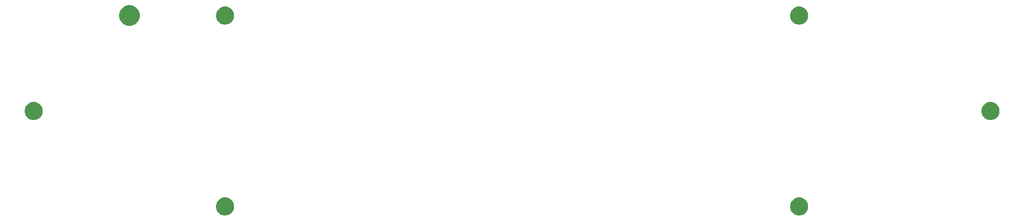
<source format=gbr>
G04 #@! TF.GenerationSoftware,KiCad,Pcbnew,(5.1.2-1)-1*
G04 #@! TF.CreationDate,2019-11-15T22:05:34-06:00*
G04 #@! TF.ProjectId,therick_bottom_plate,74686572-6963-46b5-9f62-6f74746f6d5f,rev?*
G04 #@! TF.SameCoordinates,Original*
G04 #@! TF.FileFunction,Soldermask,Bot*
G04 #@! TF.FilePolarity,Negative*
%FSLAX46Y46*%
G04 Gerber Fmt 4.6, Leading zero omitted, Abs format (unit mm)*
G04 Created by KiCad (PCBNEW (5.1.2-1)-1) date 2019-11-15 22:05:34*
%MOMM*%
%LPD*%
G04 APERTURE LIST*
%ADD10C,0.100000*%
G04 APERTURE END LIST*
D10*
G36*
X218012831Y-90343211D02*
G01*
X218340592Y-90478974D01*
X218635570Y-90676072D01*
X218886428Y-90926930D01*
X219083526Y-91221908D01*
X219219289Y-91549669D01*
X219288500Y-91897616D01*
X219288500Y-92252384D01*
X219219289Y-92600331D01*
X219083526Y-92928092D01*
X218886428Y-93223070D01*
X218635570Y-93473928D01*
X218340592Y-93671026D01*
X218012831Y-93806789D01*
X217664884Y-93876000D01*
X217310116Y-93876000D01*
X216962169Y-93806789D01*
X216634408Y-93671026D01*
X216339430Y-93473928D01*
X216088572Y-93223070D01*
X215891474Y-92928092D01*
X215755711Y-92600331D01*
X215686500Y-92252384D01*
X215686500Y-91897616D01*
X215755711Y-91549669D01*
X215891474Y-91221908D01*
X216088572Y-90926930D01*
X216339430Y-90676072D01*
X216634408Y-90478974D01*
X216962169Y-90343211D01*
X217310116Y-90274000D01*
X217664884Y-90274000D01*
X218012831Y-90343211D01*
X218012831Y-90343211D01*
G37*
G36*
X103712831Y-90343211D02*
G01*
X104040592Y-90478974D01*
X104335570Y-90676072D01*
X104586428Y-90926930D01*
X104783526Y-91221908D01*
X104919289Y-91549669D01*
X104988500Y-91897616D01*
X104988500Y-92252384D01*
X104919289Y-92600331D01*
X104783526Y-92928092D01*
X104586428Y-93223070D01*
X104335570Y-93473928D01*
X104040592Y-93671026D01*
X103712831Y-93806789D01*
X103364884Y-93876000D01*
X103010116Y-93876000D01*
X102662169Y-93806789D01*
X102334408Y-93671026D01*
X102039430Y-93473928D01*
X101788572Y-93223070D01*
X101591474Y-92928092D01*
X101455711Y-92600331D01*
X101386500Y-92252384D01*
X101386500Y-91897616D01*
X101455711Y-91549669D01*
X101591474Y-91221908D01*
X101788572Y-90926930D01*
X102039430Y-90676072D01*
X102334408Y-90478974D01*
X102662169Y-90343211D01*
X103010116Y-90274000D01*
X103364884Y-90274000D01*
X103712831Y-90343211D01*
X103712831Y-90343211D01*
G37*
G36*
X256112831Y-71293211D02*
G01*
X256440592Y-71428974D01*
X256735570Y-71626072D01*
X256986428Y-71876930D01*
X257183526Y-72171908D01*
X257319289Y-72499669D01*
X257388500Y-72847616D01*
X257388500Y-73202384D01*
X257319289Y-73550331D01*
X257183526Y-73878092D01*
X256986428Y-74173070D01*
X256735570Y-74423928D01*
X256440592Y-74621026D01*
X256112831Y-74756789D01*
X255764884Y-74826000D01*
X255410116Y-74826000D01*
X255062169Y-74756789D01*
X254734408Y-74621026D01*
X254439430Y-74423928D01*
X254188572Y-74173070D01*
X253991474Y-73878092D01*
X253855711Y-73550331D01*
X253786500Y-73202384D01*
X253786500Y-72847616D01*
X253855711Y-72499669D01*
X253991474Y-72171908D01*
X254188572Y-71876930D01*
X254439430Y-71626072D01*
X254734408Y-71428974D01*
X255062169Y-71293211D01*
X255410116Y-71224000D01*
X255764884Y-71224000D01*
X256112831Y-71293211D01*
X256112831Y-71293211D01*
G37*
G36*
X65612831Y-71293211D02*
G01*
X65940592Y-71428974D01*
X66235570Y-71626072D01*
X66486428Y-71876930D01*
X66683526Y-72171908D01*
X66819289Y-72499669D01*
X66888500Y-72847616D01*
X66888500Y-73202384D01*
X66819289Y-73550331D01*
X66683526Y-73878092D01*
X66486428Y-74173070D01*
X66235570Y-74423928D01*
X65940592Y-74621026D01*
X65612831Y-74756789D01*
X65264884Y-74826000D01*
X64910116Y-74826000D01*
X64562169Y-74756789D01*
X64234408Y-74621026D01*
X63939430Y-74423928D01*
X63688572Y-74173070D01*
X63491474Y-73878092D01*
X63355711Y-73550331D01*
X63286500Y-73202384D01*
X63286500Y-72847616D01*
X63355711Y-72499669D01*
X63491474Y-72171908D01*
X63688572Y-71876930D01*
X63939430Y-71626072D01*
X64234408Y-71428974D01*
X64562169Y-71293211D01*
X64910116Y-71224000D01*
X65264884Y-71224000D01*
X65612831Y-71293211D01*
X65612831Y-71293211D01*
G37*
G36*
X84748454Y-52002818D02*
G01*
X85121711Y-52157426D01*
X85121713Y-52157427D01*
X85250099Y-52243212D01*
X85457636Y-52381884D01*
X85743316Y-52667564D01*
X85967774Y-53003489D01*
X86122382Y-53376746D01*
X86201200Y-53772993D01*
X86201200Y-54177007D01*
X86122382Y-54573254D01*
X86016824Y-54828093D01*
X85967773Y-54946513D01*
X85743316Y-55282436D01*
X85457636Y-55568116D01*
X85121713Y-55792573D01*
X85121712Y-55792574D01*
X85121711Y-55792574D01*
X84748454Y-55947182D01*
X84352207Y-56026000D01*
X83948193Y-56026000D01*
X83551946Y-55947182D01*
X83178689Y-55792574D01*
X83178688Y-55792574D01*
X83178687Y-55792573D01*
X82842764Y-55568116D01*
X82557084Y-55282436D01*
X82332627Y-54946513D01*
X82283576Y-54828093D01*
X82178018Y-54573254D01*
X82099200Y-54177007D01*
X82099200Y-53772993D01*
X82178018Y-53376746D01*
X82332626Y-53003489D01*
X82557084Y-52667564D01*
X82842764Y-52381884D01*
X83050301Y-52243212D01*
X83178687Y-52157427D01*
X83178689Y-52157426D01*
X83551946Y-52002818D01*
X83948193Y-51924000D01*
X84352207Y-51924000D01*
X84748454Y-52002818D01*
X84748454Y-52002818D01*
G37*
G36*
X218012831Y-52243211D02*
G01*
X218340592Y-52378974D01*
X218635570Y-52576072D01*
X218886428Y-52826930D01*
X219083526Y-53121908D01*
X219219289Y-53449669D01*
X219288500Y-53797616D01*
X219288500Y-54152384D01*
X219219289Y-54500331D01*
X219083526Y-54828092D01*
X218886428Y-55123070D01*
X218635570Y-55373928D01*
X218340592Y-55571026D01*
X218012831Y-55706789D01*
X217664884Y-55776000D01*
X217310116Y-55776000D01*
X216962169Y-55706789D01*
X216634408Y-55571026D01*
X216339430Y-55373928D01*
X216088572Y-55123070D01*
X215891474Y-54828092D01*
X215755711Y-54500331D01*
X215686500Y-54152384D01*
X215686500Y-53797616D01*
X215755711Y-53449669D01*
X215891474Y-53121908D01*
X216088572Y-52826930D01*
X216339430Y-52576072D01*
X216634408Y-52378974D01*
X216962169Y-52243211D01*
X217310116Y-52174000D01*
X217664884Y-52174000D01*
X218012831Y-52243211D01*
X218012831Y-52243211D01*
G37*
G36*
X103712831Y-52243211D02*
G01*
X104040592Y-52378974D01*
X104335570Y-52576072D01*
X104586428Y-52826930D01*
X104783526Y-53121908D01*
X104919289Y-53449669D01*
X104988500Y-53797616D01*
X104988500Y-54152384D01*
X104919289Y-54500331D01*
X104783526Y-54828092D01*
X104586428Y-55123070D01*
X104335570Y-55373928D01*
X104040592Y-55571026D01*
X103712831Y-55706789D01*
X103364884Y-55776000D01*
X103010116Y-55776000D01*
X102662169Y-55706789D01*
X102334408Y-55571026D01*
X102039430Y-55373928D01*
X101788572Y-55123070D01*
X101591474Y-54828092D01*
X101455711Y-54500331D01*
X101386500Y-54152384D01*
X101386500Y-53797616D01*
X101455711Y-53449669D01*
X101591474Y-53121908D01*
X101788572Y-52826930D01*
X102039430Y-52576072D01*
X102334408Y-52378974D01*
X102662169Y-52243211D01*
X103010116Y-52174000D01*
X103364884Y-52174000D01*
X103712831Y-52243211D01*
X103712831Y-52243211D01*
G37*
M02*

</source>
